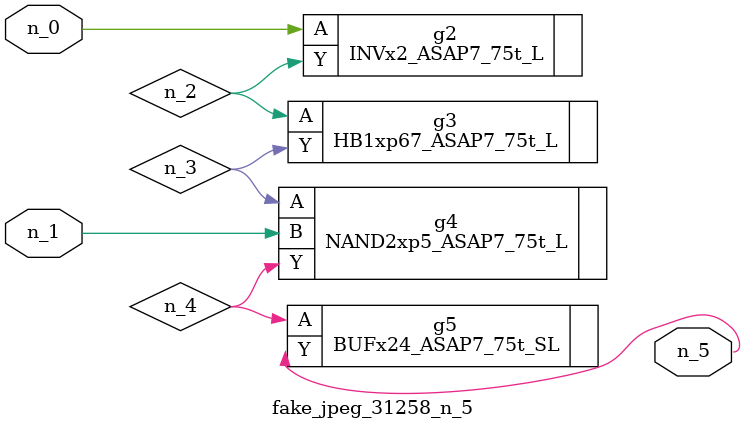
<source format=v>
module fake_jpeg_31258_n_5 (n_0, n_1, n_5);

input n_0;
input n_1;

output n_5;

wire n_3;
wire n_2;
wire n_4;

INVx2_ASAP7_75t_L g2 ( 
.A(n_0),
.Y(n_2)
);

HB1xp67_ASAP7_75t_L g3 ( 
.A(n_2),
.Y(n_3)
);

NAND2xp5_ASAP7_75t_L g4 ( 
.A(n_3),
.B(n_1),
.Y(n_4)
);

BUFx24_ASAP7_75t_SL g5 ( 
.A(n_4),
.Y(n_5)
);


endmodule
</source>
